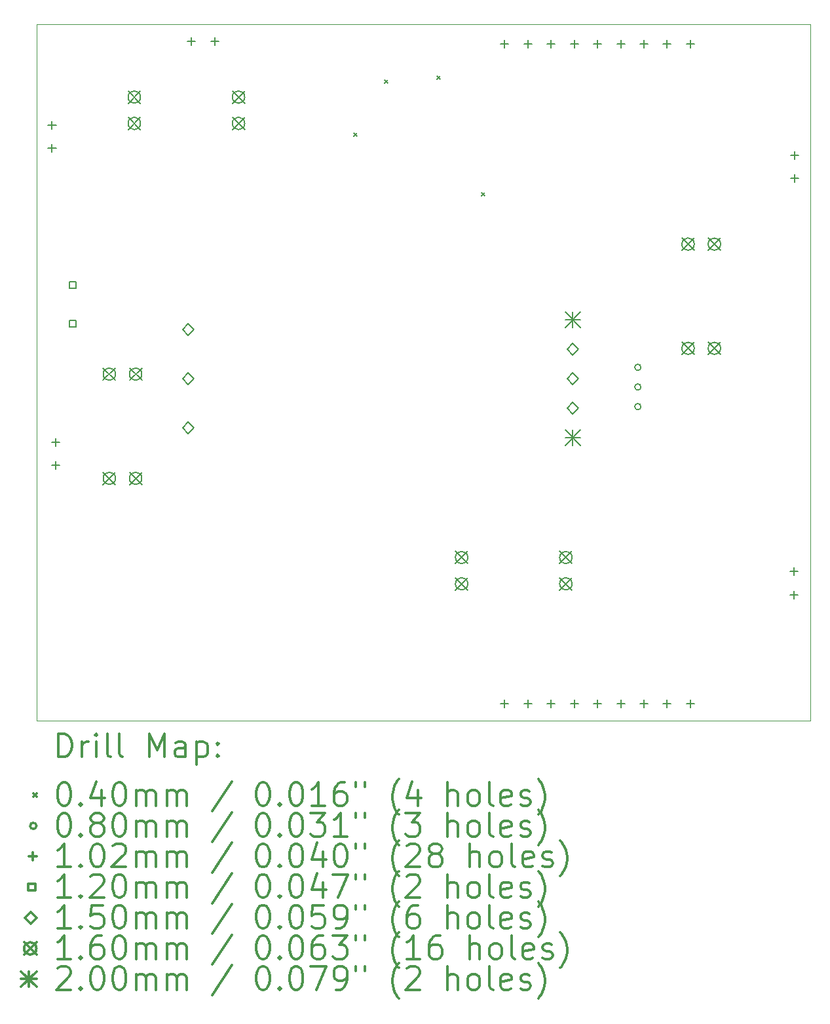
<source format=gbr>
%FSLAX45Y45*%
G04 Gerber Fmt 4.5, Leading zero omitted, Abs format (unit mm)*
G04 Created by KiCad (PCBNEW (5.1.4)-1) date 2021-12-07 11:14:48*
%MOMM*%
%LPD*%
G04 APERTURE LIST*
%ADD10C,0.050000*%
%ADD11C,0.200000*%
%ADD12C,0.300000*%
G04 APERTURE END LIST*
D10*
X16000000Y-12500000D02*
X6000000Y-12500000D01*
X16000000Y-3500000D02*
X16000000Y-12500000D01*
X6000000Y-3500000D02*
X16000000Y-3500000D01*
X6000000Y-12500000D02*
X6000000Y-3500000D01*
D11*
X10100000Y-4908000D02*
X10140000Y-4948000D01*
X10140000Y-4908000D02*
X10100000Y-4948000D01*
X10500000Y-4220000D02*
X10540000Y-4260000D01*
X10540000Y-4220000D02*
X10500000Y-4260000D01*
X11175000Y-4170000D02*
X11215000Y-4210000D01*
X11215000Y-4170000D02*
X11175000Y-4210000D01*
X11750000Y-5675000D02*
X11790000Y-5715000D01*
X11790000Y-5675000D02*
X11750000Y-5715000D01*
X13810000Y-7932000D02*
G75*
G03X13810000Y-7932000I-40000J0D01*
G01*
X13810000Y-8186000D02*
G75*
G03X13810000Y-8186000I-40000J0D01*
G01*
X13810000Y-8440000D02*
G75*
G03X13810000Y-8440000I-40000J0D01*
G01*
X12050000Y-3699000D02*
X12050000Y-3801000D01*
X11999000Y-3750000D02*
X12101000Y-3750000D01*
X12350000Y-3699000D02*
X12350000Y-3801000D01*
X12299000Y-3750000D02*
X12401000Y-3750000D01*
X12650000Y-3699000D02*
X12650000Y-3801000D01*
X12599000Y-3750000D02*
X12701000Y-3750000D01*
X12950000Y-3699000D02*
X12950000Y-3801000D01*
X12899000Y-3750000D02*
X13001000Y-3750000D01*
X13250000Y-3699000D02*
X13250000Y-3801000D01*
X13199000Y-3750000D02*
X13301000Y-3750000D01*
X13550000Y-3699000D02*
X13550000Y-3801000D01*
X13499000Y-3750000D02*
X13601000Y-3750000D01*
X13850000Y-3699000D02*
X13850000Y-3801000D01*
X13799000Y-3750000D02*
X13901000Y-3750000D01*
X14150000Y-3699000D02*
X14150000Y-3801000D01*
X14099000Y-3750000D02*
X14201000Y-3750000D01*
X14450000Y-3699000D02*
X14450000Y-3801000D01*
X14399000Y-3750000D02*
X14501000Y-3750000D01*
X15790000Y-10519000D02*
X15790000Y-10621000D01*
X15739000Y-10570000D02*
X15841000Y-10570000D01*
X15790000Y-10819000D02*
X15790000Y-10921000D01*
X15739000Y-10870000D02*
X15841000Y-10870000D01*
X6250000Y-8849000D02*
X6250000Y-8951000D01*
X6199000Y-8900000D02*
X6301000Y-8900000D01*
X6250000Y-9149000D02*
X6250000Y-9251000D01*
X6199000Y-9200000D02*
X6301000Y-9200000D01*
X8000000Y-3669000D02*
X8000000Y-3771000D01*
X7949000Y-3720000D02*
X8051000Y-3720000D01*
X8300000Y-3669000D02*
X8300000Y-3771000D01*
X8249000Y-3720000D02*
X8351000Y-3720000D01*
X15800000Y-5139000D02*
X15800000Y-5241000D01*
X15749000Y-5190000D02*
X15851000Y-5190000D01*
X15800000Y-5439000D02*
X15800000Y-5541000D01*
X15749000Y-5490000D02*
X15851000Y-5490000D01*
X12050000Y-12224000D02*
X12050000Y-12326000D01*
X11999000Y-12275000D02*
X12101000Y-12275000D01*
X12350000Y-12224000D02*
X12350000Y-12326000D01*
X12299000Y-12275000D02*
X12401000Y-12275000D01*
X12650000Y-12224000D02*
X12650000Y-12326000D01*
X12599000Y-12275000D02*
X12701000Y-12275000D01*
X12950000Y-12224000D02*
X12950000Y-12326000D01*
X12899000Y-12275000D02*
X13001000Y-12275000D01*
X13250000Y-12224000D02*
X13250000Y-12326000D01*
X13199000Y-12275000D02*
X13301000Y-12275000D01*
X13550000Y-12224000D02*
X13550000Y-12326000D01*
X13499000Y-12275000D02*
X13601000Y-12275000D01*
X13850000Y-12224000D02*
X13850000Y-12326000D01*
X13799000Y-12275000D02*
X13901000Y-12275000D01*
X14150000Y-12224000D02*
X14150000Y-12326000D01*
X14099000Y-12275000D02*
X14201000Y-12275000D01*
X14450000Y-12224000D02*
X14450000Y-12326000D01*
X14399000Y-12275000D02*
X14501000Y-12275000D01*
X6200000Y-4749000D02*
X6200000Y-4851000D01*
X6149000Y-4800000D02*
X6251000Y-4800000D01*
X6200000Y-5049000D02*
X6200000Y-5151000D01*
X6149000Y-5100000D02*
X6251000Y-5100000D01*
X6512427Y-6912427D02*
X6512427Y-6827573D01*
X6427573Y-6827573D01*
X6427573Y-6912427D01*
X6512427Y-6912427D01*
X6512427Y-7412427D02*
X6512427Y-7327573D01*
X6427573Y-7327573D01*
X6427573Y-7412427D01*
X6512427Y-7412427D01*
X7960000Y-7520000D02*
X8035000Y-7445000D01*
X7960000Y-7370000D01*
X7885000Y-7445000D01*
X7960000Y-7520000D01*
X7960000Y-8155000D02*
X8035000Y-8080000D01*
X7960000Y-8005000D01*
X7885000Y-8080000D01*
X7960000Y-8155000D01*
X7960000Y-8790000D02*
X8035000Y-8715000D01*
X7960000Y-8640000D01*
X7885000Y-8715000D01*
X7960000Y-8790000D01*
X12930000Y-7774000D02*
X13005000Y-7699000D01*
X12930000Y-7624000D01*
X12855000Y-7699000D01*
X12930000Y-7774000D01*
X12930000Y-8155000D02*
X13005000Y-8080000D01*
X12930000Y-8005000D01*
X12855000Y-8080000D01*
X12930000Y-8155000D01*
X12930000Y-8536000D02*
X13005000Y-8461000D01*
X12930000Y-8386000D01*
X12855000Y-8461000D01*
X12930000Y-8536000D01*
X6860000Y-7940000D02*
X7020000Y-8100000D01*
X7020000Y-7940000D02*
X6860000Y-8100000D01*
X7020000Y-8020000D02*
G75*
G03X7020000Y-8020000I-80000J0D01*
G01*
X6860000Y-9287000D02*
X7020000Y-9447000D01*
X7020000Y-9287000D02*
X6860000Y-9447000D01*
X7020000Y-9367000D02*
G75*
G03X7020000Y-9367000I-80000J0D01*
G01*
X7200000Y-7940000D02*
X7360000Y-8100000D01*
X7360000Y-7940000D02*
X7200000Y-8100000D01*
X7360000Y-8020000D02*
G75*
G03X7360000Y-8020000I-80000J0D01*
G01*
X7200000Y-9287000D02*
X7360000Y-9447000D01*
X7360000Y-9287000D02*
X7200000Y-9447000D01*
X7360000Y-9367000D02*
G75*
G03X7360000Y-9367000I-80000J0D01*
G01*
X14340000Y-6260000D02*
X14500000Y-6420000D01*
X14500000Y-6260000D02*
X14340000Y-6420000D01*
X14500000Y-6340000D02*
G75*
G03X14500000Y-6340000I-80000J0D01*
G01*
X14340000Y-7607000D02*
X14500000Y-7767000D01*
X14500000Y-7607000D02*
X14340000Y-7767000D01*
X14500000Y-7687000D02*
G75*
G03X14500000Y-7687000I-80000J0D01*
G01*
X14680000Y-6260000D02*
X14840000Y-6420000D01*
X14840000Y-6260000D02*
X14680000Y-6420000D01*
X14840000Y-6340000D02*
G75*
G03X14840000Y-6340000I-80000J0D01*
G01*
X14680000Y-7607000D02*
X14840000Y-7767000D01*
X14840000Y-7607000D02*
X14680000Y-7767000D01*
X14840000Y-7687000D02*
G75*
G03X14840000Y-7687000I-80000J0D01*
G01*
X7183000Y-4360000D02*
X7343000Y-4520000D01*
X7343000Y-4360000D02*
X7183000Y-4520000D01*
X7343000Y-4440000D02*
G75*
G03X7343000Y-4440000I-80000J0D01*
G01*
X7183000Y-4700000D02*
X7343000Y-4860000D01*
X7343000Y-4700000D02*
X7183000Y-4860000D01*
X7343000Y-4780000D02*
G75*
G03X7343000Y-4780000I-80000J0D01*
G01*
X8530000Y-4360000D02*
X8690000Y-4520000D01*
X8690000Y-4360000D02*
X8530000Y-4520000D01*
X8690000Y-4440000D02*
G75*
G03X8690000Y-4440000I-80000J0D01*
G01*
X8530000Y-4700000D02*
X8690000Y-4860000D01*
X8690000Y-4700000D02*
X8530000Y-4860000D01*
X8690000Y-4780000D02*
G75*
G03X8690000Y-4780000I-80000J0D01*
G01*
X11413000Y-10310000D02*
X11573000Y-10470000D01*
X11573000Y-10310000D02*
X11413000Y-10470000D01*
X11573000Y-10390000D02*
G75*
G03X11573000Y-10390000I-80000J0D01*
G01*
X11413000Y-10650000D02*
X11573000Y-10810000D01*
X11573000Y-10650000D02*
X11413000Y-10810000D01*
X11573000Y-10730000D02*
G75*
G03X11573000Y-10730000I-80000J0D01*
G01*
X12760000Y-10310000D02*
X12920000Y-10470000D01*
X12920000Y-10310000D02*
X12760000Y-10470000D01*
X12920000Y-10390000D02*
G75*
G03X12920000Y-10390000I-80000J0D01*
G01*
X12760000Y-10650000D02*
X12920000Y-10810000D01*
X12920000Y-10650000D02*
X12760000Y-10810000D01*
X12920000Y-10730000D02*
G75*
G03X12920000Y-10730000I-80000J0D01*
G01*
X12830000Y-7218000D02*
X13030000Y-7418000D01*
X13030000Y-7218000D02*
X12830000Y-7418000D01*
X12930000Y-7218000D02*
X12930000Y-7418000D01*
X12830000Y-7318000D02*
X13030000Y-7318000D01*
X12830000Y-8742000D02*
X13030000Y-8942000D01*
X13030000Y-8742000D02*
X12830000Y-8942000D01*
X12930000Y-8742000D02*
X12930000Y-8942000D01*
X12830000Y-8842000D02*
X13030000Y-8842000D01*
D12*
X6283928Y-12968214D02*
X6283928Y-12668214D01*
X6355357Y-12668214D01*
X6398214Y-12682500D01*
X6426786Y-12711071D01*
X6441071Y-12739643D01*
X6455357Y-12796786D01*
X6455357Y-12839643D01*
X6441071Y-12896786D01*
X6426786Y-12925357D01*
X6398214Y-12953929D01*
X6355357Y-12968214D01*
X6283928Y-12968214D01*
X6583928Y-12968214D02*
X6583928Y-12768214D01*
X6583928Y-12825357D02*
X6598214Y-12796786D01*
X6612500Y-12782500D01*
X6641071Y-12768214D01*
X6669643Y-12768214D01*
X6769643Y-12968214D02*
X6769643Y-12768214D01*
X6769643Y-12668214D02*
X6755357Y-12682500D01*
X6769643Y-12696786D01*
X6783928Y-12682500D01*
X6769643Y-12668214D01*
X6769643Y-12696786D01*
X6955357Y-12968214D02*
X6926786Y-12953929D01*
X6912500Y-12925357D01*
X6912500Y-12668214D01*
X7112500Y-12968214D02*
X7083928Y-12953929D01*
X7069643Y-12925357D01*
X7069643Y-12668214D01*
X7455357Y-12968214D02*
X7455357Y-12668214D01*
X7555357Y-12882500D01*
X7655357Y-12668214D01*
X7655357Y-12968214D01*
X7926786Y-12968214D02*
X7926786Y-12811071D01*
X7912500Y-12782500D01*
X7883928Y-12768214D01*
X7826786Y-12768214D01*
X7798214Y-12782500D01*
X7926786Y-12953929D02*
X7898214Y-12968214D01*
X7826786Y-12968214D01*
X7798214Y-12953929D01*
X7783928Y-12925357D01*
X7783928Y-12896786D01*
X7798214Y-12868214D01*
X7826786Y-12853929D01*
X7898214Y-12853929D01*
X7926786Y-12839643D01*
X8069643Y-12768214D02*
X8069643Y-13068214D01*
X8069643Y-12782500D02*
X8098214Y-12768214D01*
X8155357Y-12768214D01*
X8183928Y-12782500D01*
X8198214Y-12796786D01*
X8212500Y-12825357D01*
X8212500Y-12911071D01*
X8198214Y-12939643D01*
X8183928Y-12953929D01*
X8155357Y-12968214D01*
X8098214Y-12968214D01*
X8069643Y-12953929D01*
X8341071Y-12939643D02*
X8355357Y-12953929D01*
X8341071Y-12968214D01*
X8326786Y-12953929D01*
X8341071Y-12939643D01*
X8341071Y-12968214D01*
X8341071Y-12782500D02*
X8355357Y-12796786D01*
X8341071Y-12811071D01*
X8326786Y-12796786D01*
X8341071Y-12782500D01*
X8341071Y-12811071D01*
X5957500Y-13442500D02*
X5997500Y-13482500D01*
X5997500Y-13442500D02*
X5957500Y-13482500D01*
X6341071Y-13298214D02*
X6369643Y-13298214D01*
X6398214Y-13312500D01*
X6412500Y-13326786D01*
X6426786Y-13355357D01*
X6441071Y-13412500D01*
X6441071Y-13483929D01*
X6426786Y-13541071D01*
X6412500Y-13569643D01*
X6398214Y-13583929D01*
X6369643Y-13598214D01*
X6341071Y-13598214D01*
X6312500Y-13583929D01*
X6298214Y-13569643D01*
X6283928Y-13541071D01*
X6269643Y-13483929D01*
X6269643Y-13412500D01*
X6283928Y-13355357D01*
X6298214Y-13326786D01*
X6312500Y-13312500D01*
X6341071Y-13298214D01*
X6569643Y-13569643D02*
X6583928Y-13583929D01*
X6569643Y-13598214D01*
X6555357Y-13583929D01*
X6569643Y-13569643D01*
X6569643Y-13598214D01*
X6841071Y-13398214D02*
X6841071Y-13598214D01*
X6769643Y-13283929D02*
X6698214Y-13498214D01*
X6883928Y-13498214D01*
X7055357Y-13298214D02*
X7083928Y-13298214D01*
X7112500Y-13312500D01*
X7126786Y-13326786D01*
X7141071Y-13355357D01*
X7155357Y-13412500D01*
X7155357Y-13483929D01*
X7141071Y-13541071D01*
X7126786Y-13569643D01*
X7112500Y-13583929D01*
X7083928Y-13598214D01*
X7055357Y-13598214D01*
X7026786Y-13583929D01*
X7012500Y-13569643D01*
X6998214Y-13541071D01*
X6983928Y-13483929D01*
X6983928Y-13412500D01*
X6998214Y-13355357D01*
X7012500Y-13326786D01*
X7026786Y-13312500D01*
X7055357Y-13298214D01*
X7283928Y-13598214D02*
X7283928Y-13398214D01*
X7283928Y-13426786D02*
X7298214Y-13412500D01*
X7326786Y-13398214D01*
X7369643Y-13398214D01*
X7398214Y-13412500D01*
X7412500Y-13441071D01*
X7412500Y-13598214D01*
X7412500Y-13441071D02*
X7426786Y-13412500D01*
X7455357Y-13398214D01*
X7498214Y-13398214D01*
X7526786Y-13412500D01*
X7541071Y-13441071D01*
X7541071Y-13598214D01*
X7683928Y-13598214D02*
X7683928Y-13398214D01*
X7683928Y-13426786D02*
X7698214Y-13412500D01*
X7726786Y-13398214D01*
X7769643Y-13398214D01*
X7798214Y-13412500D01*
X7812500Y-13441071D01*
X7812500Y-13598214D01*
X7812500Y-13441071D02*
X7826786Y-13412500D01*
X7855357Y-13398214D01*
X7898214Y-13398214D01*
X7926786Y-13412500D01*
X7941071Y-13441071D01*
X7941071Y-13598214D01*
X8526786Y-13283929D02*
X8269643Y-13669643D01*
X8912500Y-13298214D02*
X8941071Y-13298214D01*
X8969643Y-13312500D01*
X8983928Y-13326786D01*
X8998214Y-13355357D01*
X9012500Y-13412500D01*
X9012500Y-13483929D01*
X8998214Y-13541071D01*
X8983928Y-13569643D01*
X8969643Y-13583929D01*
X8941071Y-13598214D01*
X8912500Y-13598214D01*
X8883928Y-13583929D01*
X8869643Y-13569643D01*
X8855357Y-13541071D01*
X8841071Y-13483929D01*
X8841071Y-13412500D01*
X8855357Y-13355357D01*
X8869643Y-13326786D01*
X8883928Y-13312500D01*
X8912500Y-13298214D01*
X9141071Y-13569643D02*
X9155357Y-13583929D01*
X9141071Y-13598214D01*
X9126786Y-13583929D01*
X9141071Y-13569643D01*
X9141071Y-13598214D01*
X9341071Y-13298214D02*
X9369643Y-13298214D01*
X9398214Y-13312500D01*
X9412500Y-13326786D01*
X9426786Y-13355357D01*
X9441071Y-13412500D01*
X9441071Y-13483929D01*
X9426786Y-13541071D01*
X9412500Y-13569643D01*
X9398214Y-13583929D01*
X9369643Y-13598214D01*
X9341071Y-13598214D01*
X9312500Y-13583929D01*
X9298214Y-13569643D01*
X9283928Y-13541071D01*
X9269643Y-13483929D01*
X9269643Y-13412500D01*
X9283928Y-13355357D01*
X9298214Y-13326786D01*
X9312500Y-13312500D01*
X9341071Y-13298214D01*
X9726786Y-13598214D02*
X9555357Y-13598214D01*
X9641071Y-13598214D02*
X9641071Y-13298214D01*
X9612500Y-13341071D01*
X9583928Y-13369643D01*
X9555357Y-13383929D01*
X9983928Y-13298214D02*
X9926786Y-13298214D01*
X9898214Y-13312500D01*
X9883928Y-13326786D01*
X9855357Y-13369643D01*
X9841071Y-13426786D01*
X9841071Y-13541071D01*
X9855357Y-13569643D01*
X9869643Y-13583929D01*
X9898214Y-13598214D01*
X9955357Y-13598214D01*
X9983928Y-13583929D01*
X9998214Y-13569643D01*
X10012500Y-13541071D01*
X10012500Y-13469643D01*
X9998214Y-13441071D01*
X9983928Y-13426786D01*
X9955357Y-13412500D01*
X9898214Y-13412500D01*
X9869643Y-13426786D01*
X9855357Y-13441071D01*
X9841071Y-13469643D01*
X10126786Y-13298214D02*
X10126786Y-13355357D01*
X10241071Y-13298214D02*
X10241071Y-13355357D01*
X10683928Y-13712500D02*
X10669643Y-13698214D01*
X10641071Y-13655357D01*
X10626786Y-13626786D01*
X10612500Y-13583929D01*
X10598214Y-13512500D01*
X10598214Y-13455357D01*
X10612500Y-13383929D01*
X10626786Y-13341071D01*
X10641071Y-13312500D01*
X10669643Y-13269643D01*
X10683928Y-13255357D01*
X10926786Y-13398214D02*
X10926786Y-13598214D01*
X10855357Y-13283929D02*
X10783928Y-13498214D01*
X10969643Y-13498214D01*
X11312500Y-13598214D02*
X11312500Y-13298214D01*
X11441071Y-13598214D02*
X11441071Y-13441071D01*
X11426786Y-13412500D01*
X11398214Y-13398214D01*
X11355357Y-13398214D01*
X11326786Y-13412500D01*
X11312500Y-13426786D01*
X11626786Y-13598214D02*
X11598214Y-13583929D01*
X11583928Y-13569643D01*
X11569643Y-13541071D01*
X11569643Y-13455357D01*
X11583928Y-13426786D01*
X11598214Y-13412500D01*
X11626786Y-13398214D01*
X11669643Y-13398214D01*
X11698214Y-13412500D01*
X11712500Y-13426786D01*
X11726786Y-13455357D01*
X11726786Y-13541071D01*
X11712500Y-13569643D01*
X11698214Y-13583929D01*
X11669643Y-13598214D01*
X11626786Y-13598214D01*
X11898214Y-13598214D02*
X11869643Y-13583929D01*
X11855357Y-13555357D01*
X11855357Y-13298214D01*
X12126786Y-13583929D02*
X12098214Y-13598214D01*
X12041071Y-13598214D01*
X12012500Y-13583929D01*
X11998214Y-13555357D01*
X11998214Y-13441071D01*
X12012500Y-13412500D01*
X12041071Y-13398214D01*
X12098214Y-13398214D01*
X12126786Y-13412500D01*
X12141071Y-13441071D01*
X12141071Y-13469643D01*
X11998214Y-13498214D01*
X12255357Y-13583929D02*
X12283928Y-13598214D01*
X12341071Y-13598214D01*
X12369643Y-13583929D01*
X12383928Y-13555357D01*
X12383928Y-13541071D01*
X12369643Y-13512500D01*
X12341071Y-13498214D01*
X12298214Y-13498214D01*
X12269643Y-13483929D01*
X12255357Y-13455357D01*
X12255357Y-13441071D01*
X12269643Y-13412500D01*
X12298214Y-13398214D01*
X12341071Y-13398214D01*
X12369643Y-13412500D01*
X12483928Y-13712500D02*
X12498214Y-13698214D01*
X12526786Y-13655357D01*
X12541071Y-13626786D01*
X12555357Y-13583929D01*
X12569643Y-13512500D01*
X12569643Y-13455357D01*
X12555357Y-13383929D01*
X12541071Y-13341071D01*
X12526786Y-13312500D01*
X12498214Y-13269643D01*
X12483928Y-13255357D01*
X5997500Y-13858500D02*
G75*
G03X5997500Y-13858500I-40000J0D01*
G01*
X6341071Y-13694214D02*
X6369643Y-13694214D01*
X6398214Y-13708500D01*
X6412500Y-13722786D01*
X6426786Y-13751357D01*
X6441071Y-13808500D01*
X6441071Y-13879929D01*
X6426786Y-13937071D01*
X6412500Y-13965643D01*
X6398214Y-13979929D01*
X6369643Y-13994214D01*
X6341071Y-13994214D01*
X6312500Y-13979929D01*
X6298214Y-13965643D01*
X6283928Y-13937071D01*
X6269643Y-13879929D01*
X6269643Y-13808500D01*
X6283928Y-13751357D01*
X6298214Y-13722786D01*
X6312500Y-13708500D01*
X6341071Y-13694214D01*
X6569643Y-13965643D02*
X6583928Y-13979929D01*
X6569643Y-13994214D01*
X6555357Y-13979929D01*
X6569643Y-13965643D01*
X6569643Y-13994214D01*
X6755357Y-13822786D02*
X6726786Y-13808500D01*
X6712500Y-13794214D01*
X6698214Y-13765643D01*
X6698214Y-13751357D01*
X6712500Y-13722786D01*
X6726786Y-13708500D01*
X6755357Y-13694214D01*
X6812500Y-13694214D01*
X6841071Y-13708500D01*
X6855357Y-13722786D01*
X6869643Y-13751357D01*
X6869643Y-13765643D01*
X6855357Y-13794214D01*
X6841071Y-13808500D01*
X6812500Y-13822786D01*
X6755357Y-13822786D01*
X6726786Y-13837071D01*
X6712500Y-13851357D01*
X6698214Y-13879929D01*
X6698214Y-13937071D01*
X6712500Y-13965643D01*
X6726786Y-13979929D01*
X6755357Y-13994214D01*
X6812500Y-13994214D01*
X6841071Y-13979929D01*
X6855357Y-13965643D01*
X6869643Y-13937071D01*
X6869643Y-13879929D01*
X6855357Y-13851357D01*
X6841071Y-13837071D01*
X6812500Y-13822786D01*
X7055357Y-13694214D02*
X7083928Y-13694214D01*
X7112500Y-13708500D01*
X7126786Y-13722786D01*
X7141071Y-13751357D01*
X7155357Y-13808500D01*
X7155357Y-13879929D01*
X7141071Y-13937071D01*
X7126786Y-13965643D01*
X7112500Y-13979929D01*
X7083928Y-13994214D01*
X7055357Y-13994214D01*
X7026786Y-13979929D01*
X7012500Y-13965643D01*
X6998214Y-13937071D01*
X6983928Y-13879929D01*
X6983928Y-13808500D01*
X6998214Y-13751357D01*
X7012500Y-13722786D01*
X7026786Y-13708500D01*
X7055357Y-13694214D01*
X7283928Y-13994214D02*
X7283928Y-13794214D01*
X7283928Y-13822786D02*
X7298214Y-13808500D01*
X7326786Y-13794214D01*
X7369643Y-13794214D01*
X7398214Y-13808500D01*
X7412500Y-13837071D01*
X7412500Y-13994214D01*
X7412500Y-13837071D02*
X7426786Y-13808500D01*
X7455357Y-13794214D01*
X7498214Y-13794214D01*
X7526786Y-13808500D01*
X7541071Y-13837071D01*
X7541071Y-13994214D01*
X7683928Y-13994214D02*
X7683928Y-13794214D01*
X7683928Y-13822786D02*
X7698214Y-13808500D01*
X7726786Y-13794214D01*
X7769643Y-13794214D01*
X7798214Y-13808500D01*
X7812500Y-13837071D01*
X7812500Y-13994214D01*
X7812500Y-13837071D02*
X7826786Y-13808500D01*
X7855357Y-13794214D01*
X7898214Y-13794214D01*
X7926786Y-13808500D01*
X7941071Y-13837071D01*
X7941071Y-13994214D01*
X8526786Y-13679929D02*
X8269643Y-14065643D01*
X8912500Y-13694214D02*
X8941071Y-13694214D01*
X8969643Y-13708500D01*
X8983928Y-13722786D01*
X8998214Y-13751357D01*
X9012500Y-13808500D01*
X9012500Y-13879929D01*
X8998214Y-13937071D01*
X8983928Y-13965643D01*
X8969643Y-13979929D01*
X8941071Y-13994214D01*
X8912500Y-13994214D01*
X8883928Y-13979929D01*
X8869643Y-13965643D01*
X8855357Y-13937071D01*
X8841071Y-13879929D01*
X8841071Y-13808500D01*
X8855357Y-13751357D01*
X8869643Y-13722786D01*
X8883928Y-13708500D01*
X8912500Y-13694214D01*
X9141071Y-13965643D02*
X9155357Y-13979929D01*
X9141071Y-13994214D01*
X9126786Y-13979929D01*
X9141071Y-13965643D01*
X9141071Y-13994214D01*
X9341071Y-13694214D02*
X9369643Y-13694214D01*
X9398214Y-13708500D01*
X9412500Y-13722786D01*
X9426786Y-13751357D01*
X9441071Y-13808500D01*
X9441071Y-13879929D01*
X9426786Y-13937071D01*
X9412500Y-13965643D01*
X9398214Y-13979929D01*
X9369643Y-13994214D01*
X9341071Y-13994214D01*
X9312500Y-13979929D01*
X9298214Y-13965643D01*
X9283928Y-13937071D01*
X9269643Y-13879929D01*
X9269643Y-13808500D01*
X9283928Y-13751357D01*
X9298214Y-13722786D01*
X9312500Y-13708500D01*
X9341071Y-13694214D01*
X9541071Y-13694214D02*
X9726786Y-13694214D01*
X9626786Y-13808500D01*
X9669643Y-13808500D01*
X9698214Y-13822786D01*
X9712500Y-13837071D01*
X9726786Y-13865643D01*
X9726786Y-13937071D01*
X9712500Y-13965643D01*
X9698214Y-13979929D01*
X9669643Y-13994214D01*
X9583928Y-13994214D01*
X9555357Y-13979929D01*
X9541071Y-13965643D01*
X10012500Y-13994214D02*
X9841071Y-13994214D01*
X9926786Y-13994214D02*
X9926786Y-13694214D01*
X9898214Y-13737071D01*
X9869643Y-13765643D01*
X9841071Y-13779929D01*
X10126786Y-13694214D02*
X10126786Y-13751357D01*
X10241071Y-13694214D02*
X10241071Y-13751357D01*
X10683928Y-14108500D02*
X10669643Y-14094214D01*
X10641071Y-14051357D01*
X10626786Y-14022786D01*
X10612500Y-13979929D01*
X10598214Y-13908500D01*
X10598214Y-13851357D01*
X10612500Y-13779929D01*
X10626786Y-13737071D01*
X10641071Y-13708500D01*
X10669643Y-13665643D01*
X10683928Y-13651357D01*
X10769643Y-13694214D02*
X10955357Y-13694214D01*
X10855357Y-13808500D01*
X10898214Y-13808500D01*
X10926786Y-13822786D01*
X10941071Y-13837071D01*
X10955357Y-13865643D01*
X10955357Y-13937071D01*
X10941071Y-13965643D01*
X10926786Y-13979929D01*
X10898214Y-13994214D01*
X10812500Y-13994214D01*
X10783928Y-13979929D01*
X10769643Y-13965643D01*
X11312500Y-13994214D02*
X11312500Y-13694214D01*
X11441071Y-13994214D02*
X11441071Y-13837071D01*
X11426786Y-13808500D01*
X11398214Y-13794214D01*
X11355357Y-13794214D01*
X11326786Y-13808500D01*
X11312500Y-13822786D01*
X11626786Y-13994214D02*
X11598214Y-13979929D01*
X11583928Y-13965643D01*
X11569643Y-13937071D01*
X11569643Y-13851357D01*
X11583928Y-13822786D01*
X11598214Y-13808500D01*
X11626786Y-13794214D01*
X11669643Y-13794214D01*
X11698214Y-13808500D01*
X11712500Y-13822786D01*
X11726786Y-13851357D01*
X11726786Y-13937071D01*
X11712500Y-13965643D01*
X11698214Y-13979929D01*
X11669643Y-13994214D01*
X11626786Y-13994214D01*
X11898214Y-13994214D02*
X11869643Y-13979929D01*
X11855357Y-13951357D01*
X11855357Y-13694214D01*
X12126786Y-13979929D02*
X12098214Y-13994214D01*
X12041071Y-13994214D01*
X12012500Y-13979929D01*
X11998214Y-13951357D01*
X11998214Y-13837071D01*
X12012500Y-13808500D01*
X12041071Y-13794214D01*
X12098214Y-13794214D01*
X12126786Y-13808500D01*
X12141071Y-13837071D01*
X12141071Y-13865643D01*
X11998214Y-13894214D01*
X12255357Y-13979929D02*
X12283928Y-13994214D01*
X12341071Y-13994214D01*
X12369643Y-13979929D01*
X12383928Y-13951357D01*
X12383928Y-13937071D01*
X12369643Y-13908500D01*
X12341071Y-13894214D01*
X12298214Y-13894214D01*
X12269643Y-13879929D01*
X12255357Y-13851357D01*
X12255357Y-13837071D01*
X12269643Y-13808500D01*
X12298214Y-13794214D01*
X12341071Y-13794214D01*
X12369643Y-13808500D01*
X12483928Y-14108500D02*
X12498214Y-14094214D01*
X12526786Y-14051357D01*
X12541071Y-14022786D01*
X12555357Y-13979929D01*
X12569643Y-13908500D01*
X12569643Y-13851357D01*
X12555357Y-13779929D01*
X12541071Y-13737071D01*
X12526786Y-13708500D01*
X12498214Y-13665643D01*
X12483928Y-13651357D01*
X5946500Y-14203500D02*
X5946500Y-14305500D01*
X5895500Y-14254500D02*
X5997500Y-14254500D01*
X6441071Y-14390214D02*
X6269643Y-14390214D01*
X6355357Y-14390214D02*
X6355357Y-14090214D01*
X6326786Y-14133071D01*
X6298214Y-14161643D01*
X6269643Y-14175929D01*
X6569643Y-14361643D02*
X6583928Y-14375929D01*
X6569643Y-14390214D01*
X6555357Y-14375929D01*
X6569643Y-14361643D01*
X6569643Y-14390214D01*
X6769643Y-14090214D02*
X6798214Y-14090214D01*
X6826786Y-14104500D01*
X6841071Y-14118786D01*
X6855357Y-14147357D01*
X6869643Y-14204500D01*
X6869643Y-14275929D01*
X6855357Y-14333071D01*
X6841071Y-14361643D01*
X6826786Y-14375929D01*
X6798214Y-14390214D01*
X6769643Y-14390214D01*
X6741071Y-14375929D01*
X6726786Y-14361643D01*
X6712500Y-14333071D01*
X6698214Y-14275929D01*
X6698214Y-14204500D01*
X6712500Y-14147357D01*
X6726786Y-14118786D01*
X6741071Y-14104500D01*
X6769643Y-14090214D01*
X6983928Y-14118786D02*
X6998214Y-14104500D01*
X7026786Y-14090214D01*
X7098214Y-14090214D01*
X7126786Y-14104500D01*
X7141071Y-14118786D01*
X7155357Y-14147357D01*
X7155357Y-14175929D01*
X7141071Y-14218786D01*
X6969643Y-14390214D01*
X7155357Y-14390214D01*
X7283928Y-14390214D02*
X7283928Y-14190214D01*
X7283928Y-14218786D02*
X7298214Y-14204500D01*
X7326786Y-14190214D01*
X7369643Y-14190214D01*
X7398214Y-14204500D01*
X7412500Y-14233071D01*
X7412500Y-14390214D01*
X7412500Y-14233071D02*
X7426786Y-14204500D01*
X7455357Y-14190214D01*
X7498214Y-14190214D01*
X7526786Y-14204500D01*
X7541071Y-14233071D01*
X7541071Y-14390214D01*
X7683928Y-14390214D02*
X7683928Y-14190214D01*
X7683928Y-14218786D02*
X7698214Y-14204500D01*
X7726786Y-14190214D01*
X7769643Y-14190214D01*
X7798214Y-14204500D01*
X7812500Y-14233071D01*
X7812500Y-14390214D01*
X7812500Y-14233071D02*
X7826786Y-14204500D01*
X7855357Y-14190214D01*
X7898214Y-14190214D01*
X7926786Y-14204500D01*
X7941071Y-14233071D01*
X7941071Y-14390214D01*
X8526786Y-14075929D02*
X8269643Y-14461643D01*
X8912500Y-14090214D02*
X8941071Y-14090214D01*
X8969643Y-14104500D01*
X8983928Y-14118786D01*
X8998214Y-14147357D01*
X9012500Y-14204500D01*
X9012500Y-14275929D01*
X8998214Y-14333071D01*
X8983928Y-14361643D01*
X8969643Y-14375929D01*
X8941071Y-14390214D01*
X8912500Y-14390214D01*
X8883928Y-14375929D01*
X8869643Y-14361643D01*
X8855357Y-14333071D01*
X8841071Y-14275929D01*
X8841071Y-14204500D01*
X8855357Y-14147357D01*
X8869643Y-14118786D01*
X8883928Y-14104500D01*
X8912500Y-14090214D01*
X9141071Y-14361643D02*
X9155357Y-14375929D01*
X9141071Y-14390214D01*
X9126786Y-14375929D01*
X9141071Y-14361643D01*
X9141071Y-14390214D01*
X9341071Y-14090214D02*
X9369643Y-14090214D01*
X9398214Y-14104500D01*
X9412500Y-14118786D01*
X9426786Y-14147357D01*
X9441071Y-14204500D01*
X9441071Y-14275929D01*
X9426786Y-14333071D01*
X9412500Y-14361643D01*
X9398214Y-14375929D01*
X9369643Y-14390214D01*
X9341071Y-14390214D01*
X9312500Y-14375929D01*
X9298214Y-14361643D01*
X9283928Y-14333071D01*
X9269643Y-14275929D01*
X9269643Y-14204500D01*
X9283928Y-14147357D01*
X9298214Y-14118786D01*
X9312500Y-14104500D01*
X9341071Y-14090214D01*
X9698214Y-14190214D02*
X9698214Y-14390214D01*
X9626786Y-14075929D02*
X9555357Y-14290214D01*
X9741071Y-14290214D01*
X9912500Y-14090214D02*
X9941071Y-14090214D01*
X9969643Y-14104500D01*
X9983928Y-14118786D01*
X9998214Y-14147357D01*
X10012500Y-14204500D01*
X10012500Y-14275929D01*
X9998214Y-14333071D01*
X9983928Y-14361643D01*
X9969643Y-14375929D01*
X9941071Y-14390214D01*
X9912500Y-14390214D01*
X9883928Y-14375929D01*
X9869643Y-14361643D01*
X9855357Y-14333071D01*
X9841071Y-14275929D01*
X9841071Y-14204500D01*
X9855357Y-14147357D01*
X9869643Y-14118786D01*
X9883928Y-14104500D01*
X9912500Y-14090214D01*
X10126786Y-14090214D02*
X10126786Y-14147357D01*
X10241071Y-14090214D02*
X10241071Y-14147357D01*
X10683928Y-14504500D02*
X10669643Y-14490214D01*
X10641071Y-14447357D01*
X10626786Y-14418786D01*
X10612500Y-14375929D01*
X10598214Y-14304500D01*
X10598214Y-14247357D01*
X10612500Y-14175929D01*
X10626786Y-14133071D01*
X10641071Y-14104500D01*
X10669643Y-14061643D01*
X10683928Y-14047357D01*
X10783928Y-14118786D02*
X10798214Y-14104500D01*
X10826786Y-14090214D01*
X10898214Y-14090214D01*
X10926786Y-14104500D01*
X10941071Y-14118786D01*
X10955357Y-14147357D01*
X10955357Y-14175929D01*
X10941071Y-14218786D01*
X10769643Y-14390214D01*
X10955357Y-14390214D01*
X11126786Y-14218786D02*
X11098214Y-14204500D01*
X11083928Y-14190214D01*
X11069643Y-14161643D01*
X11069643Y-14147357D01*
X11083928Y-14118786D01*
X11098214Y-14104500D01*
X11126786Y-14090214D01*
X11183928Y-14090214D01*
X11212500Y-14104500D01*
X11226786Y-14118786D01*
X11241071Y-14147357D01*
X11241071Y-14161643D01*
X11226786Y-14190214D01*
X11212500Y-14204500D01*
X11183928Y-14218786D01*
X11126786Y-14218786D01*
X11098214Y-14233071D01*
X11083928Y-14247357D01*
X11069643Y-14275929D01*
X11069643Y-14333071D01*
X11083928Y-14361643D01*
X11098214Y-14375929D01*
X11126786Y-14390214D01*
X11183928Y-14390214D01*
X11212500Y-14375929D01*
X11226786Y-14361643D01*
X11241071Y-14333071D01*
X11241071Y-14275929D01*
X11226786Y-14247357D01*
X11212500Y-14233071D01*
X11183928Y-14218786D01*
X11598214Y-14390214D02*
X11598214Y-14090214D01*
X11726786Y-14390214D02*
X11726786Y-14233071D01*
X11712500Y-14204500D01*
X11683928Y-14190214D01*
X11641071Y-14190214D01*
X11612500Y-14204500D01*
X11598214Y-14218786D01*
X11912500Y-14390214D02*
X11883928Y-14375929D01*
X11869643Y-14361643D01*
X11855357Y-14333071D01*
X11855357Y-14247357D01*
X11869643Y-14218786D01*
X11883928Y-14204500D01*
X11912500Y-14190214D01*
X11955357Y-14190214D01*
X11983928Y-14204500D01*
X11998214Y-14218786D01*
X12012500Y-14247357D01*
X12012500Y-14333071D01*
X11998214Y-14361643D01*
X11983928Y-14375929D01*
X11955357Y-14390214D01*
X11912500Y-14390214D01*
X12183928Y-14390214D02*
X12155357Y-14375929D01*
X12141071Y-14347357D01*
X12141071Y-14090214D01*
X12412500Y-14375929D02*
X12383928Y-14390214D01*
X12326786Y-14390214D01*
X12298214Y-14375929D01*
X12283928Y-14347357D01*
X12283928Y-14233071D01*
X12298214Y-14204500D01*
X12326786Y-14190214D01*
X12383928Y-14190214D01*
X12412500Y-14204500D01*
X12426786Y-14233071D01*
X12426786Y-14261643D01*
X12283928Y-14290214D01*
X12541071Y-14375929D02*
X12569643Y-14390214D01*
X12626786Y-14390214D01*
X12655357Y-14375929D01*
X12669643Y-14347357D01*
X12669643Y-14333071D01*
X12655357Y-14304500D01*
X12626786Y-14290214D01*
X12583928Y-14290214D01*
X12555357Y-14275929D01*
X12541071Y-14247357D01*
X12541071Y-14233071D01*
X12555357Y-14204500D01*
X12583928Y-14190214D01*
X12626786Y-14190214D01*
X12655357Y-14204500D01*
X12769643Y-14504500D02*
X12783928Y-14490214D01*
X12812500Y-14447357D01*
X12826786Y-14418786D01*
X12841071Y-14375929D01*
X12855357Y-14304500D01*
X12855357Y-14247357D01*
X12841071Y-14175929D01*
X12826786Y-14133071D01*
X12812500Y-14104500D01*
X12783928Y-14061643D01*
X12769643Y-14047357D01*
X5979927Y-14692927D02*
X5979927Y-14608073D01*
X5895073Y-14608073D01*
X5895073Y-14692927D01*
X5979927Y-14692927D01*
X6441071Y-14786214D02*
X6269643Y-14786214D01*
X6355357Y-14786214D02*
X6355357Y-14486214D01*
X6326786Y-14529071D01*
X6298214Y-14557643D01*
X6269643Y-14571929D01*
X6569643Y-14757643D02*
X6583928Y-14771929D01*
X6569643Y-14786214D01*
X6555357Y-14771929D01*
X6569643Y-14757643D01*
X6569643Y-14786214D01*
X6698214Y-14514786D02*
X6712500Y-14500500D01*
X6741071Y-14486214D01*
X6812500Y-14486214D01*
X6841071Y-14500500D01*
X6855357Y-14514786D01*
X6869643Y-14543357D01*
X6869643Y-14571929D01*
X6855357Y-14614786D01*
X6683928Y-14786214D01*
X6869643Y-14786214D01*
X7055357Y-14486214D02*
X7083928Y-14486214D01*
X7112500Y-14500500D01*
X7126786Y-14514786D01*
X7141071Y-14543357D01*
X7155357Y-14600500D01*
X7155357Y-14671929D01*
X7141071Y-14729071D01*
X7126786Y-14757643D01*
X7112500Y-14771929D01*
X7083928Y-14786214D01*
X7055357Y-14786214D01*
X7026786Y-14771929D01*
X7012500Y-14757643D01*
X6998214Y-14729071D01*
X6983928Y-14671929D01*
X6983928Y-14600500D01*
X6998214Y-14543357D01*
X7012500Y-14514786D01*
X7026786Y-14500500D01*
X7055357Y-14486214D01*
X7283928Y-14786214D02*
X7283928Y-14586214D01*
X7283928Y-14614786D02*
X7298214Y-14600500D01*
X7326786Y-14586214D01*
X7369643Y-14586214D01*
X7398214Y-14600500D01*
X7412500Y-14629071D01*
X7412500Y-14786214D01*
X7412500Y-14629071D02*
X7426786Y-14600500D01*
X7455357Y-14586214D01*
X7498214Y-14586214D01*
X7526786Y-14600500D01*
X7541071Y-14629071D01*
X7541071Y-14786214D01*
X7683928Y-14786214D02*
X7683928Y-14586214D01*
X7683928Y-14614786D02*
X7698214Y-14600500D01*
X7726786Y-14586214D01*
X7769643Y-14586214D01*
X7798214Y-14600500D01*
X7812500Y-14629071D01*
X7812500Y-14786214D01*
X7812500Y-14629071D02*
X7826786Y-14600500D01*
X7855357Y-14586214D01*
X7898214Y-14586214D01*
X7926786Y-14600500D01*
X7941071Y-14629071D01*
X7941071Y-14786214D01*
X8526786Y-14471929D02*
X8269643Y-14857643D01*
X8912500Y-14486214D02*
X8941071Y-14486214D01*
X8969643Y-14500500D01*
X8983928Y-14514786D01*
X8998214Y-14543357D01*
X9012500Y-14600500D01*
X9012500Y-14671929D01*
X8998214Y-14729071D01*
X8983928Y-14757643D01*
X8969643Y-14771929D01*
X8941071Y-14786214D01*
X8912500Y-14786214D01*
X8883928Y-14771929D01*
X8869643Y-14757643D01*
X8855357Y-14729071D01*
X8841071Y-14671929D01*
X8841071Y-14600500D01*
X8855357Y-14543357D01*
X8869643Y-14514786D01*
X8883928Y-14500500D01*
X8912500Y-14486214D01*
X9141071Y-14757643D02*
X9155357Y-14771929D01*
X9141071Y-14786214D01*
X9126786Y-14771929D01*
X9141071Y-14757643D01*
X9141071Y-14786214D01*
X9341071Y-14486214D02*
X9369643Y-14486214D01*
X9398214Y-14500500D01*
X9412500Y-14514786D01*
X9426786Y-14543357D01*
X9441071Y-14600500D01*
X9441071Y-14671929D01*
X9426786Y-14729071D01*
X9412500Y-14757643D01*
X9398214Y-14771929D01*
X9369643Y-14786214D01*
X9341071Y-14786214D01*
X9312500Y-14771929D01*
X9298214Y-14757643D01*
X9283928Y-14729071D01*
X9269643Y-14671929D01*
X9269643Y-14600500D01*
X9283928Y-14543357D01*
X9298214Y-14514786D01*
X9312500Y-14500500D01*
X9341071Y-14486214D01*
X9698214Y-14586214D02*
X9698214Y-14786214D01*
X9626786Y-14471929D02*
X9555357Y-14686214D01*
X9741071Y-14686214D01*
X9826786Y-14486214D02*
X10026786Y-14486214D01*
X9898214Y-14786214D01*
X10126786Y-14486214D02*
X10126786Y-14543357D01*
X10241071Y-14486214D02*
X10241071Y-14543357D01*
X10683928Y-14900500D02*
X10669643Y-14886214D01*
X10641071Y-14843357D01*
X10626786Y-14814786D01*
X10612500Y-14771929D01*
X10598214Y-14700500D01*
X10598214Y-14643357D01*
X10612500Y-14571929D01*
X10626786Y-14529071D01*
X10641071Y-14500500D01*
X10669643Y-14457643D01*
X10683928Y-14443357D01*
X10783928Y-14514786D02*
X10798214Y-14500500D01*
X10826786Y-14486214D01*
X10898214Y-14486214D01*
X10926786Y-14500500D01*
X10941071Y-14514786D01*
X10955357Y-14543357D01*
X10955357Y-14571929D01*
X10941071Y-14614786D01*
X10769643Y-14786214D01*
X10955357Y-14786214D01*
X11312500Y-14786214D02*
X11312500Y-14486214D01*
X11441071Y-14786214D02*
X11441071Y-14629071D01*
X11426786Y-14600500D01*
X11398214Y-14586214D01*
X11355357Y-14586214D01*
X11326786Y-14600500D01*
X11312500Y-14614786D01*
X11626786Y-14786214D02*
X11598214Y-14771929D01*
X11583928Y-14757643D01*
X11569643Y-14729071D01*
X11569643Y-14643357D01*
X11583928Y-14614786D01*
X11598214Y-14600500D01*
X11626786Y-14586214D01*
X11669643Y-14586214D01*
X11698214Y-14600500D01*
X11712500Y-14614786D01*
X11726786Y-14643357D01*
X11726786Y-14729071D01*
X11712500Y-14757643D01*
X11698214Y-14771929D01*
X11669643Y-14786214D01*
X11626786Y-14786214D01*
X11898214Y-14786214D02*
X11869643Y-14771929D01*
X11855357Y-14743357D01*
X11855357Y-14486214D01*
X12126786Y-14771929D02*
X12098214Y-14786214D01*
X12041071Y-14786214D01*
X12012500Y-14771929D01*
X11998214Y-14743357D01*
X11998214Y-14629071D01*
X12012500Y-14600500D01*
X12041071Y-14586214D01*
X12098214Y-14586214D01*
X12126786Y-14600500D01*
X12141071Y-14629071D01*
X12141071Y-14657643D01*
X11998214Y-14686214D01*
X12255357Y-14771929D02*
X12283928Y-14786214D01*
X12341071Y-14786214D01*
X12369643Y-14771929D01*
X12383928Y-14743357D01*
X12383928Y-14729071D01*
X12369643Y-14700500D01*
X12341071Y-14686214D01*
X12298214Y-14686214D01*
X12269643Y-14671929D01*
X12255357Y-14643357D01*
X12255357Y-14629071D01*
X12269643Y-14600500D01*
X12298214Y-14586214D01*
X12341071Y-14586214D01*
X12369643Y-14600500D01*
X12483928Y-14900500D02*
X12498214Y-14886214D01*
X12526786Y-14843357D01*
X12541071Y-14814786D01*
X12555357Y-14771929D01*
X12569643Y-14700500D01*
X12569643Y-14643357D01*
X12555357Y-14571929D01*
X12541071Y-14529071D01*
X12526786Y-14500500D01*
X12498214Y-14457643D01*
X12483928Y-14443357D01*
X5922500Y-15121500D02*
X5997500Y-15046500D01*
X5922500Y-14971500D01*
X5847500Y-15046500D01*
X5922500Y-15121500D01*
X6441071Y-15182214D02*
X6269643Y-15182214D01*
X6355357Y-15182214D02*
X6355357Y-14882214D01*
X6326786Y-14925071D01*
X6298214Y-14953643D01*
X6269643Y-14967929D01*
X6569643Y-15153643D02*
X6583928Y-15167929D01*
X6569643Y-15182214D01*
X6555357Y-15167929D01*
X6569643Y-15153643D01*
X6569643Y-15182214D01*
X6855357Y-14882214D02*
X6712500Y-14882214D01*
X6698214Y-15025071D01*
X6712500Y-15010786D01*
X6741071Y-14996500D01*
X6812500Y-14996500D01*
X6841071Y-15010786D01*
X6855357Y-15025071D01*
X6869643Y-15053643D01*
X6869643Y-15125071D01*
X6855357Y-15153643D01*
X6841071Y-15167929D01*
X6812500Y-15182214D01*
X6741071Y-15182214D01*
X6712500Y-15167929D01*
X6698214Y-15153643D01*
X7055357Y-14882214D02*
X7083928Y-14882214D01*
X7112500Y-14896500D01*
X7126786Y-14910786D01*
X7141071Y-14939357D01*
X7155357Y-14996500D01*
X7155357Y-15067929D01*
X7141071Y-15125071D01*
X7126786Y-15153643D01*
X7112500Y-15167929D01*
X7083928Y-15182214D01*
X7055357Y-15182214D01*
X7026786Y-15167929D01*
X7012500Y-15153643D01*
X6998214Y-15125071D01*
X6983928Y-15067929D01*
X6983928Y-14996500D01*
X6998214Y-14939357D01*
X7012500Y-14910786D01*
X7026786Y-14896500D01*
X7055357Y-14882214D01*
X7283928Y-15182214D02*
X7283928Y-14982214D01*
X7283928Y-15010786D02*
X7298214Y-14996500D01*
X7326786Y-14982214D01*
X7369643Y-14982214D01*
X7398214Y-14996500D01*
X7412500Y-15025071D01*
X7412500Y-15182214D01*
X7412500Y-15025071D02*
X7426786Y-14996500D01*
X7455357Y-14982214D01*
X7498214Y-14982214D01*
X7526786Y-14996500D01*
X7541071Y-15025071D01*
X7541071Y-15182214D01*
X7683928Y-15182214D02*
X7683928Y-14982214D01*
X7683928Y-15010786D02*
X7698214Y-14996500D01*
X7726786Y-14982214D01*
X7769643Y-14982214D01*
X7798214Y-14996500D01*
X7812500Y-15025071D01*
X7812500Y-15182214D01*
X7812500Y-15025071D02*
X7826786Y-14996500D01*
X7855357Y-14982214D01*
X7898214Y-14982214D01*
X7926786Y-14996500D01*
X7941071Y-15025071D01*
X7941071Y-15182214D01*
X8526786Y-14867929D02*
X8269643Y-15253643D01*
X8912500Y-14882214D02*
X8941071Y-14882214D01*
X8969643Y-14896500D01*
X8983928Y-14910786D01*
X8998214Y-14939357D01*
X9012500Y-14996500D01*
X9012500Y-15067929D01*
X8998214Y-15125071D01*
X8983928Y-15153643D01*
X8969643Y-15167929D01*
X8941071Y-15182214D01*
X8912500Y-15182214D01*
X8883928Y-15167929D01*
X8869643Y-15153643D01*
X8855357Y-15125071D01*
X8841071Y-15067929D01*
X8841071Y-14996500D01*
X8855357Y-14939357D01*
X8869643Y-14910786D01*
X8883928Y-14896500D01*
X8912500Y-14882214D01*
X9141071Y-15153643D02*
X9155357Y-15167929D01*
X9141071Y-15182214D01*
X9126786Y-15167929D01*
X9141071Y-15153643D01*
X9141071Y-15182214D01*
X9341071Y-14882214D02*
X9369643Y-14882214D01*
X9398214Y-14896500D01*
X9412500Y-14910786D01*
X9426786Y-14939357D01*
X9441071Y-14996500D01*
X9441071Y-15067929D01*
X9426786Y-15125071D01*
X9412500Y-15153643D01*
X9398214Y-15167929D01*
X9369643Y-15182214D01*
X9341071Y-15182214D01*
X9312500Y-15167929D01*
X9298214Y-15153643D01*
X9283928Y-15125071D01*
X9269643Y-15067929D01*
X9269643Y-14996500D01*
X9283928Y-14939357D01*
X9298214Y-14910786D01*
X9312500Y-14896500D01*
X9341071Y-14882214D01*
X9712500Y-14882214D02*
X9569643Y-14882214D01*
X9555357Y-15025071D01*
X9569643Y-15010786D01*
X9598214Y-14996500D01*
X9669643Y-14996500D01*
X9698214Y-15010786D01*
X9712500Y-15025071D01*
X9726786Y-15053643D01*
X9726786Y-15125071D01*
X9712500Y-15153643D01*
X9698214Y-15167929D01*
X9669643Y-15182214D01*
X9598214Y-15182214D01*
X9569643Y-15167929D01*
X9555357Y-15153643D01*
X9869643Y-15182214D02*
X9926786Y-15182214D01*
X9955357Y-15167929D01*
X9969643Y-15153643D01*
X9998214Y-15110786D01*
X10012500Y-15053643D01*
X10012500Y-14939357D01*
X9998214Y-14910786D01*
X9983928Y-14896500D01*
X9955357Y-14882214D01*
X9898214Y-14882214D01*
X9869643Y-14896500D01*
X9855357Y-14910786D01*
X9841071Y-14939357D01*
X9841071Y-15010786D01*
X9855357Y-15039357D01*
X9869643Y-15053643D01*
X9898214Y-15067929D01*
X9955357Y-15067929D01*
X9983928Y-15053643D01*
X9998214Y-15039357D01*
X10012500Y-15010786D01*
X10126786Y-14882214D02*
X10126786Y-14939357D01*
X10241071Y-14882214D02*
X10241071Y-14939357D01*
X10683928Y-15296500D02*
X10669643Y-15282214D01*
X10641071Y-15239357D01*
X10626786Y-15210786D01*
X10612500Y-15167929D01*
X10598214Y-15096500D01*
X10598214Y-15039357D01*
X10612500Y-14967929D01*
X10626786Y-14925071D01*
X10641071Y-14896500D01*
X10669643Y-14853643D01*
X10683928Y-14839357D01*
X10926786Y-14882214D02*
X10869643Y-14882214D01*
X10841071Y-14896500D01*
X10826786Y-14910786D01*
X10798214Y-14953643D01*
X10783928Y-15010786D01*
X10783928Y-15125071D01*
X10798214Y-15153643D01*
X10812500Y-15167929D01*
X10841071Y-15182214D01*
X10898214Y-15182214D01*
X10926786Y-15167929D01*
X10941071Y-15153643D01*
X10955357Y-15125071D01*
X10955357Y-15053643D01*
X10941071Y-15025071D01*
X10926786Y-15010786D01*
X10898214Y-14996500D01*
X10841071Y-14996500D01*
X10812500Y-15010786D01*
X10798214Y-15025071D01*
X10783928Y-15053643D01*
X11312500Y-15182214D02*
X11312500Y-14882214D01*
X11441071Y-15182214D02*
X11441071Y-15025071D01*
X11426786Y-14996500D01*
X11398214Y-14982214D01*
X11355357Y-14982214D01*
X11326786Y-14996500D01*
X11312500Y-15010786D01*
X11626786Y-15182214D02*
X11598214Y-15167929D01*
X11583928Y-15153643D01*
X11569643Y-15125071D01*
X11569643Y-15039357D01*
X11583928Y-15010786D01*
X11598214Y-14996500D01*
X11626786Y-14982214D01*
X11669643Y-14982214D01*
X11698214Y-14996500D01*
X11712500Y-15010786D01*
X11726786Y-15039357D01*
X11726786Y-15125071D01*
X11712500Y-15153643D01*
X11698214Y-15167929D01*
X11669643Y-15182214D01*
X11626786Y-15182214D01*
X11898214Y-15182214D02*
X11869643Y-15167929D01*
X11855357Y-15139357D01*
X11855357Y-14882214D01*
X12126786Y-15167929D02*
X12098214Y-15182214D01*
X12041071Y-15182214D01*
X12012500Y-15167929D01*
X11998214Y-15139357D01*
X11998214Y-15025071D01*
X12012500Y-14996500D01*
X12041071Y-14982214D01*
X12098214Y-14982214D01*
X12126786Y-14996500D01*
X12141071Y-15025071D01*
X12141071Y-15053643D01*
X11998214Y-15082214D01*
X12255357Y-15167929D02*
X12283928Y-15182214D01*
X12341071Y-15182214D01*
X12369643Y-15167929D01*
X12383928Y-15139357D01*
X12383928Y-15125071D01*
X12369643Y-15096500D01*
X12341071Y-15082214D01*
X12298214Y-15082214D01*
X12269643Y-15067929D01*
X12255357Y-15039357D01*
X12255357Y-15025071D01*
X12269643Y-14996500D01*
X12298214Y-14982214D01*
X12341071Y-14982214D01*
X12369643Y-14996500D01*
X12483928Y-15296500D02*
X12498214Y-15282214D01*
X12526786Y-15239357D01*
X12541071Y-15210786D01*
X12555357Y-15167929D01*
X12569643Y-15096500D01*
X12569643Y-15039357D01*
X12555357Y-14967929D01*
X12541071Y-14925071D01*
X12526786Y-14896500D01*
X12498214Y-14853643D01*
X12483928Y-14839357D01*
X5837500Y-15362500D02*
X5997500Y-15522500D01*
X5997500Y-15362500D02*
X5837500Y-15522500D01*
X5997500Y-15442500D02*
G75*
G03X5997500Y-15442500I-80000J0D01*
G01*
X6441071Y-15578214D02*
X6269643Y-15578214D01*
X6355357Y-15578214D02*
X6355357Y-15278214D01*
X6326786Y-15321071D01*
X6298214Y-15349643D01*
X6269643Y-15363929D01*
X6569643Y-15549643D02*
X6583928Y-15563929D01*
X6569643Y-15578214D01*
X6555357Y-15563929D01*
X6569643Y-15549643D01*
X6569643Y-15578214D01*
X6841071Y-15278214D02*
X6783928Y-15278214D01*
X6755357Y-15292500D01*
X6741071Y-15306786D01*
X6712500Y-15349643D01*
X6698214Y-15406786D01*
X6698214Y-15521071D01*
X6712500Y-15549643D01*
X6726786Y-15563929D01*
X6755357Y-15578214D01*
X6812500Y-15578214D01*
X6841071Y-15563929D01*
X6855357Y-15549643D01*
X6869643Y-15521071D01*
X6869643Y-15449643D01*
X6855357Y-15421071D01*
X6841071Y-15406786D01*
X6812500Y-15392500D01*
X6755357Y-15392500D01*
X6726786Y-15406786D01*
X6712500Y-15421071D01*
X6698214Y-15449643D01*
X7055357Y-15278214D02*
X7083928Y-15278214D01*
X7112500Y-15292500D01*
X7126786Y-15306786D01*
X7141071Y-15335357D01*
X7155357Y-15392500D01*
X7155357Y-15463929D01*
X7141071Y-15521071D01*
X7126786Y-15549643D01*
X7112500Y-15563929D01*
X7083928Y-15578214D01*
X7055357Y-15578214D01*
X7026786Y-15563929D01*
X7012500Y-15549643D01*
X6998214Y-15521071D01*
X6983928Y-15463929D01*
X6983928Y-15392500D01*
X6998214Y-15335357D01*
X7012500Y-15306786D01*
X7026786Y-15292500D01*
X7055357Y-15278214D01*
X7283928Y-15578214D02*
X7283928Y-15378214D01*
X7283928Y-15406786D02*
X7298214Y-15392500D01*
X7326786Y-15378214D01*
X7369643Y-15378214D01*
X7398214Y-15392500D01*
X7412500Y-15421071D01*
X7412500Y-15578214D01*
X7412500Y-15421071D02*
X7426786Y-15392500D01*
X7455357Y-15378214D01*
X7498214Y-15378214D01*
X7526786Y-15392500D01*
X7541071Y-15421071D01*
X7541071Y-15578214D01*
X7683928Y-15578214D02*
X7683928Y-15378214D01*
X7683928Y-15406786D02*
X7698214Y-15392500D01*
X7726786Y-15378214D01*
X7769643Y-15378214D01*
X7798214Y-15392500D01*
X7812500Y-15421071D01*
X7812500Y-15578214D01*
X7812500Y-15421071D02*
X7826786Y-15392500D01*
X7855357Y-15378214D01*
X7898214Y-15378214D01*
X7926786Y-15392500D01*
X7941071Y-15421071D01*
X7941071Y-15578214D01*
X8526786Y-15263929D02*
X8269643Y-15649643D01*
X8912500Y-15278214D02*
X8941071Y-15278214D01*
X8969643Y-15292500D01*
X8983928Y-15306786D01*
X8998214Y-15335357D01*
X9012500Y-15392500D01*
X9012500Y-15463929D01*
X8998214Y-15521071D01*
X8983928Y-15549643D01*
X8969643Y-15563929D01*
X8941071Y-15578214D01*
X8912500Y-15578214D01*
X8883928Y-15563929D01*
X8869643Y-15549643D01*
X8855357Y-15521071D01*
X8841071Y-15463929D01*
X8841071Y-15392500D01*
X8855357Y-15335357D01*
X8869643Y-15306786D01*
X8883928Y-15292500D01*
X8912500Y-15278214D01*
X9141071Y-15549643D02*
X9155357Y-15563929D01*
X9141071Y-15578214D01*
X9126786Y-15563929D01*
X9141071Y-15549643D01*
X9141071Y-15578214D01*
X9341071Y-15278214D02*
X9369643Y-15278214D01*
X9398214Y-15292500D01*
X9412500Y-15306786D01*
X9426786Y-15335357D01*
X9441071Y-15392500D01*
X9441071Y-15463929D01*
X9426786Y-15521071D01*
X9412500Y-15549643D01*
X9398214Y-15563929D01*
X9369643Y-15578214D01*
X9341071Y-15578214D01*
X9312500Y-15563929D01*
X9298214Y-15549643D01*
X9283928Y-15521071D01*
X9269643Y-15463929D01*
X9269643Y-15392500D01*
X9283928Y-15335357D01*
X9298214Y-15306786D01*
X9312500Y-15292500D01*
X9341071Y-15278214D01*
X9698214Y-15278214D02*
X9641071Y-15278214D01*
X9612500Y-15292500D01*
X9598214Y-15306786D01*
X9569643Y-15349643D01*
X9555357Y-15406786D01*
X9555357Y-15521071D01*
X9569643Y-15549643D01*
X9583928Y-15563929D01*
X9612500Y-15578214D01*
X9669643Y-15578214D01*
X9698214Y-15563929D01*
X9712500Y-15549643D01*
X9726786Y-15521071D01*
X9726786Y-15449643D01*
X9712500Y-15421071D01*
X9698214Y-15406786D01*
X9669643Y-15392500D01*
X9612500Y-15392500D01*
X9583928Y-15406786D01*
X9569643Y-15421071D01*
X9555357Y-15449643D01*
X9826786Y-15278214D02*
X10012500Y-15278214D01*
X9912500Y-15392500D01*
X9955357Y-15392500D01*
X9983928Y-15406786D01*
X9998214Y-15421071D01*
X10012500Y-15449643D01*
X10012500Y-15521071D01*
X9998214Y-15549643D01*
X9983928Y-15563929D01*
X9955357Y-15578214D01*
X9869643Y-15578214D01*
X9841071Y-15563929D01*
X9826786Y-15549643D01*
X10126786Y-15278214D02*
X10126786Y-15335357D01*
X10241071Y-15278214D02*
X10241071Y-15335357D01*
X10683928Y-15692500D02*
X10669643Y-15678214D01*
X10641071Y-15635357D01*
X10626786Y-15606786D01*
X10612500Y-15563929D01*
X10598214Y-15492500D01*
X10598214Y-15435357D01*
X10612500Y-15363929D01*
X10626786Y-15321071D01*
X10641071Y-15292500D01*
X10669643Y-15249643D01*
X10683928Y-15235357D01*
X10955357Y-15578214D02*
X10783928Y-15578214D01*
X10869643Y-15578214D02*
X10869643Y-15278214D01*
X10841071Y-15321071D01*
X10812500Y-15349643D01*
X10783928Y-15363929D01*
X11212500Y-15278214D02*
X11155357Y-15278214D01*
X11126786Y-15292500D01*
X11112500Y-15306786D01*
X11083928Y-15349643D01*
X11069643Y-15406786D01*
X11069643Y-15521071D01*
X11083928Y-15549643D01*
X11098214Y-15563929D01*
X11126786Y-15578214D01*
X11183928Y-15578214D01*
X11212500Y-15563929D01*
X11226786Y-15549643D01*
X11241071Y-15521071D01*
X11241071Y-15449643D01*
X11226786Y-15421071D01*
X11212500Y-15406786D01*
X11183928Y-15392500D01*
X11126786Y-15392500D01*
X11098214Y-15406786D01*
X11083928Y-15421071D01*
X11069643Y-15449643D01*
X11598214Y-15578214D02*
X11598214Y-15278214D01*
X11726786Y-15578214D02*
X11726786Y-15421071D01*
X11712500Y-15392500D01*
X11683928Y-15378214D01*
X11641071Y-15378214D01*
X11612500Y-15392500D01*
X11598214Y-15406786D01*
X11912500Y-15578214D02*
X11883928Y-15563929D01*
X11869643Y-15549643D01*
X11855357Y-15521071D01*
X11855357Y-15435357D01*
X11869643Y-15406786D01*
X11883928Y-15392500D01*
X11912500Y-15378214D01*
X11955357Y-15378214D01*
X11983928Y-15392500D01*
X11998214Y-15406786D01*
X12012500Y-15435357D01*
X12012500Y-15521071D01*
X11998214Y-15549643D01*
X11983928Y-15563929D01*
X11955357Y-15578214D01*
X11912500Y-15578214D01*
X12183928Y-15578214D02*
X12155357Y-15563929D01*
X12141071Y-15535357D01*
X12141071Y-15278214D01*
X12412500Y-15563929D02*
X12383928Y-15578214D01*
X12326786Y-15578214D01*
X12298214Y-15563929D01*
X12283928Y-15535357D01*
X12283928Y-15421071D01*
X12298214Y-15392500D01*
X12326786Y-15378214D01*
X12383928Y-15378214D01*
X12412500Y-15392500D01*
X12426786Y-15421071D01*
X12426786Y-15449643D01*
X12283928Y-15478214D01*
X12541071Y-15563929D02*
X12569643Y-15578214D01*
X12626786Y-15578214D01*
X12655357Y-15563929D01*
X12669643Y-15535357D01*
X12669643Y-15521071D01*
X12655357Y-15492500D01*
X12626786Y-15478214D01*
X12583928Y-15478214D01*
X12555357Y-15463929D01*
X12541071Y-15435357D01*
X12541071Y-15421071D01*
X12555357Y-15392500D01*
X12583928Y-15378214D01*
X12626786Y-15378214D01*
X12655357Y-15392500D01*
X12769643Y-15692500D02*
X12783928Y-15678214D01*
X12812500Y-15635357D01*
X12826786Y-15606786D01*
X12841071Y-15563929D01*
X12855357Y-15492500D01*
X12855357Y-15435357D01*
X12841071Y-15363929D01*
X12826786Y-15321071D01*
X12812500Y-15292500D01*
X12783928Y-15249643D01*
X12769643Y-15235357D01*
X5797500Y-15738500D02*
X5997500Y-15938500D01*
X5997500Y-15738500D02*
X5797500Y-15938500D01*
X5897500Y-15738500D02*
X5897500Y-15938500D01*
X5797500Y-15838500D02*
X5997500Y-15838500D01*
X6269643Y-15702786D02*
X6283928Y-15688500D01*
X6312500Y-15674214D01*
X6383928Y-15674214D01*
X6412500Y-15688500D01*
X6426786Y-15702786D01*
X6441071Y-15731357D01*
X6441071Y-15759929D01*
X6426786Y-15802786D01*
X6255357Y-15974214D01*
X6441071Y-15974214D01*
X6569643Y-15945643D02*
X6583928Y-15959929D01*
X6569643Y-15974214D01*
X6555357Y-15959929D01*
X6569643Y-15945643D01*
X6569643Y-15974214D01*
X6769643Y-15674214D02*
X6798214Y-15674214D01*
X6826786Y-15688500D01*
X6841071Y-15702786D01*
X6855357Y-15731357D01*
X6869643Y-15788500D01*
X6869643Y-15859929D01*
X6855357Y-15917071D01*
X6841071Y-15945643D01*
X6826786Y-15959929D01*
X6798214Y-15974214D01*
X6769643Y-15974214D01*
X6741071Y-15959929D01*
X6726786Y-15945643D01*
X6712500Y-15917071D01*
X6698214Y-15859929D01*
X6698214Y-15788500D01*
X6712500Y-15731357D01*
X6726786Y-15702786D01*
X6741071Y-15688500D01*
X6769643Y-15674214D01*
X7055357Y-15674214D02*
X7083928Y-15674214D01*
X7112500Y-15688500D01*
X7126786Y-15702786D01*
X7141071Y-15731357D01*
X7155357Y-15788500D01*
X7155357Y-15859929D01*
X7141071Y-15917071D01*
X7126786Y-15945643D01*
X7112500Y-15959929D01*
X7083928Y-15974214D01*
X7055357Y-15974214D01*
X7026786Y-15959929D01*
X7012500Y-15945643D01*
X6998214Y-15917071D01*
X6983928Y-15859929D01*
X6983928Y-15788500D01*
X6998214Y-15731357D01*
X7012500Y-15702786D01*
X7026786Y-15688500D01*
X7055357Y-15674214D01*
X7283928Y-15974214D02*
X7283928Y-15774214D01*
X7283928Y-15802786D02*
X7298214Y-15788500D01*
X7326786Y-15774214D01*
X7369643Y-15774214D01*
X7398214Y-15788500D01*
X7412500Y-15817071D01*
X7412500Y-15974214D01*
X7412500Y-15817071D02*
X7426786Y-15788500D01*
X7455357Y-15774214D01*
X7498214Y-15774214D01*
X7526786Y-15788500D01*
X7541071Y-15817071D01*
X7541071Y-15974214D01*
X7683928Y-15974214D02*
X7683928Y-15774214D01*
X7683928Y-15802786D02*
X7698214Y-15788500D01*
X7726786Y-15774214D01*
X7769643Y-15774214D01*
X7798214Y-15788500D01*
X7812500Y-15817071D01*
X7812500Y-15974214D01*
X7812500Y-15817071D02*
X7826786Y-15788500D01*
X7855357Y-15774214D01*
X7898214Y-15774214D01*
X7926786Y-15788500D01*
X7941071Y-15817071D01*
X7941071Y-15974214D01*
X8526786Y-15659929D02*
X8269643Y-16045643D01*
X8912500Y-15674214D02*
X8941071Y-15674214D01*
X8969643Y-15688500D01*
X8983928Y-15702786D01*
X8998214Y-15731357D01*
X9012500Y-15788500D01*
X9012500Y-15859929D01*
X8998214Y-15917071D01*
X8983928Y-15945643D01*
X8969643Y-15959929D01*
X8941071Y-15974214D01*
X8912500Y-15974214D01*
X8883928Y-15959929D01*
X8869643Y-15945643D01*
X8855357Y-15917071D01*
X8841071Y-15859929D01*
X8841071Y-15788500D01*
X8855357Y-15731357D01*
X8869643Y-15702786D01*
X8883928Y-15688500D01*
X8912500Y-15674214D01*
X9141071Y-15945643D02*
X9155357Y-15959929D01*
X9141071Y-15974214D01*
X9126786Y-15959929D01*
X9141071Y-15945643D01*
X9141071Y-15974214D01*
X9341071Y-15674214D02*
X9369643Y-15674214D01*
X9398214Y-15688500D01*
X9412500Y-15702786D01*
X9426786Y-15731357D01*
X9441071Y-15788500D01*
X9441071Y-15859929D01*
X9426786Y-15917071D01*
X9412500Y-15945643D01*
X9398214Y-15959929D01*
X9369643Y-15974214D01*
X9341071Y-15974214D01*
X9312500Y-15959929D01*
X9298214Y-15945643D01*
X9283928Y-15917071D01*
X9269643Y-15859929D01*
X9269643Y-15788500D01*
X9283928Y-15731357D01*
X9298214Y-15702786D01*
X9312500Y-15688500D01*
X9341071Y-15674214D01*
X9541071Y-15674214D02*
X9741071Y-15674214D01*
X9612500Y-15974214D01*
X9869643Y-15974214D02*
X9926786Y-15974214D01*
X9955357Y-15959929D01*
X9969643Y-15945643D01*
X9998214Y-15902786D01*
X10012500Y-15845643D01*
X10012500Y-15731357D01*
X9998214Y-15702786D01*
X9983928Y-15688500D01*
X9955357Y-15674214D01*
X9898214Y-15674214D01*
X9869643Y-15688500D01*
X9855357Y-15702786D01*
X9841071Y-15731357D01*
X9841071Y-15802786D01*
X9855357Y-15831357D01*
X9869643Y-15845643D01*
X9898214Y-15859929D01*
X9955357Y-15859929D01*
X9983928Y-15845643D01*
X9998214Y-15831357D01*
X10012500Y-15802786D01*
X10126786Y-15674214D02*
X10126786Y-15731357D01*
X10241071Y-15674214D02*
X10241071Y-15731357D01*
X10683928Y-16088500D02*
X10669643Y-16074214D01*
X10641071Y-16031357D01*
X10626786Y-16002786D01*
X10612500Y-15959929D01*
X10598214Y-15888500D01*
X10598214Y-15831357D01*
X10612500Y-15759929D01*
X10626786Y-15717071D01*
X10641071Y-15688500D01*
X10669643Y-15645643D01*
X10683928Y-15631357D01*
X10783928Y-15702786D02*
X10798214Y-15688500D01*
X10826786Y-15674214D01*
X10898214Y-15674214D01*
X10926786Y-15688500D01*
X10941071Y-15702786D01*
X10955357Y-15731357D01*
X10955357Y-15759929D01*
X10941071Y-15802786D01*
X10769643Y-15974214D01*
X10955357Y-15974214D01*
X11312500Y-15974214D02*
X11312500Y-15674214D01*
X11441071Y-15974214D02*
X11441071Y-15817071D01*
X11426786Y-15788500D01*
X11398214Y-15774214D01*
X11355357Y-15774214D01*
X11326786Y-15788500D01*
X11312500Y-15802786D01*
X11626786Y-15974214D02*
X11598214Y-15959929D01*
X11583928Y-15945643D01*
X11569643Y-15917071D01*
X11569643Y-15831357D01*
X11583928Y-15802786D01*
X11598214Y-15788500D01*
X11626786Y-15774214D01*
X11669643Y-15774214D01*
X11698214Y-15788500D01*
X11712500Y-15802786D01*
X11726786Y-15831357D01*
X11726786Y-15917071D01*
X11712500Y-15945643D01*
X11698214Y-15959929D01*
X11669643Y-15974214D01*
X11626786Y-15974214D01*
X11898214Y-15974214D02*
X11869643Y-15959929D01*
X11855357Y-15931357D01*
X11855357Y-15674214D01*
X12126786Y-15959929D02*
X12098214Y-15974214D01*
X12041071Y-15974214D01*
X12012500Y-15959929D01*
X11998214Y-15931357D01*
X11998214Y-15817071D01*
X12012500Y-15788500D01*
X12041071Y-15774214D01*
X12098214Y-15774214D01*
X12126786Y-15788500D01*
X12141071Y-15817071D01*
X12141071Y-15845643D01*
X11998214Y-15874214D01*
X12255357Y-15959929D02*
X12283928Y-15974214D01*
X12341071Y-15974214D01*
X12369643Y-15959929D01*
X12383928Y-15931357D01*
X12383928Y-15917071D01*
X12369643Y-15888500D01*
X12341071Y-15874214D01*
X12298214Y-15874214D01*
X12269643Y-15859929D01*
X12255357Y-15831357D01*
X12255357Y-15817071D01*
X12269643Y-15788500D01*
X12298214Y-15774214D01*
X12341071Y-15774214D01*
X12369643Y-15788500D01*
X12483928Y-16088500D02*
X12498214Y-16074214D01*
X12526786Y-16031357D01*
X12541071Y-16002786D01*
X12555357Y-15959929D01*
X12569643Y-15888500D01*
X12569643Y-15831357D01*
X12555357Y-15759929D01*
X12541071Y-15717071D01*
X12526786Y-15688500D01*
X12498214Y-15645643D01*
X12483928Y-15631357D01*
M02*

</source>
